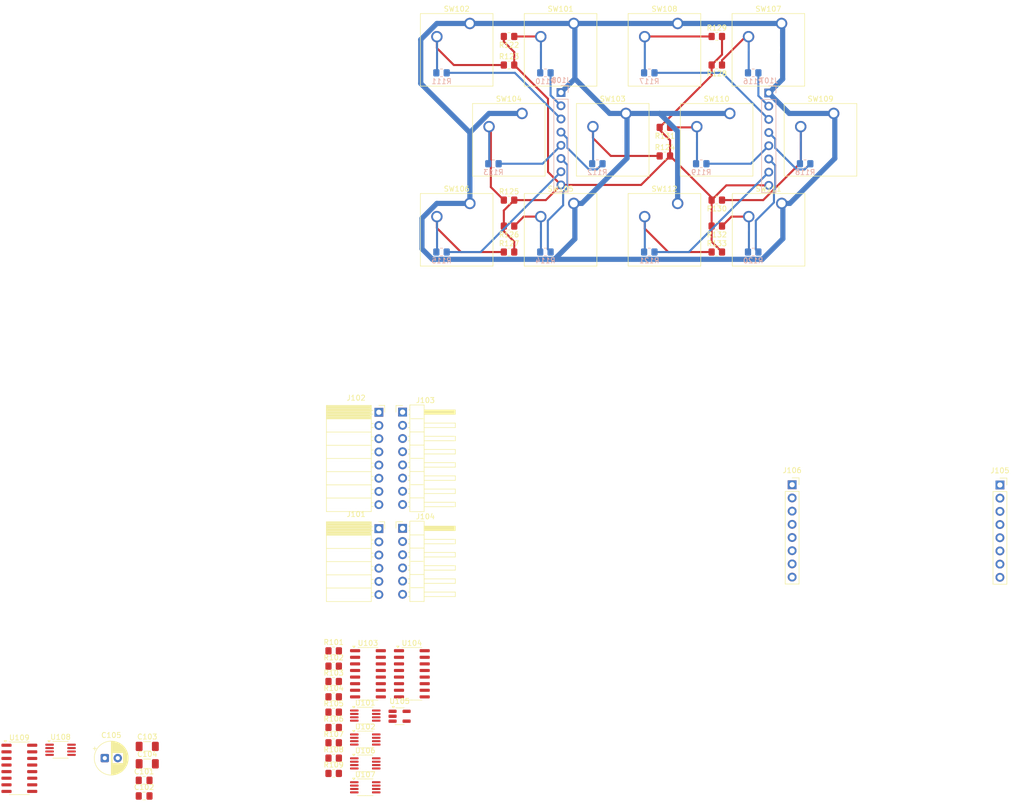
<source format=kicad_pcb>
(kicad_pcb (version 20241229) (generator "pcbnew") (generator_version "9.0")
  (layers (0 "F.Cu" signal) (2 "B.Cu" signal) (13 "F.Paste" user) (15 "B.Paste" user) (5 "F.SilkS" user "F.Silkscreen") (7 "B.SilkS" user "B.Silkscreen") (1 "F.Mask" user) (3 "B.Mask" user) (25 "Edge.Cuts" user))
  (net 0 "")
  (net 1 "Net-(R114-Pad1)")
  (net 2 "/keyboard/BTNs4")
  (net 3 "Net-(R116-Pad1)")
  (net 4 "GND")
  (net 5 "Net-(R115-Pad1)")
  (net 6 "Net-(R113-Pad1)")
  (net 7 "Net-(R112-Pad1)")
  (net 8 "/keyboard/BTNs0")
  (net 9 "Net-(R110-Pad1)")
  (net 10 "/keyboard/BTNs1")
  (net 11 "Net-(R111-Pad1)")
  (net 12 "/keyboard/BTNs2")
  (net 13 "/keyboard/BTNs3")
  (net 14 "Net-(R121-Pad1)")
  (net 15 "/keyboard/BTNs5")
  (net 16 "/keyboard/BTNs6")
  (net 17 "/keyboard/BTNs7")
  (net 18 "Net-(R117-Pad1)")
  (net 19 "/keyboard/BTNs8")
  (net 20 "Net-(R118-Pad1)")
  (net 21 "Net-(R119-Pad1)")
  (net 22 "/keyboard/BTNs9")
  (net 23 "Net-(R120-Pad1)")
  (net 24 "/keyboard/BTNs10")
  (net 25 "/keyboard/BTNs11")
  (net 26 "/tile/L_data")
  (net 27 "/tile/L_endrow")
  (net 28 "VCC")
  (net 29 "/tile/B_first")
  (net 30 "/tile/T_W")
  (net 31 "/tile/B_clk")
  (net 32 "/tile/T_data")
  (net 33 "/tile/B_latch")
  (net 34 "/tile/R_latch")
  (net 35 "/tile/T_endcol")
  (net 36 "/tile/L_latch")
  (net 37 "/tile/counter/~{rst}")
  (net 38 "Net-(U103-DS)")
  (net 39 "/tile/BTNs_L11")
  (net 41 "/tile/BTNs_L10")
  (net 42 "Net-(U103-Q7)")
  (net 43 "/tile/BTNs_L9")
  (net 44 "/tile/BTNs_L8")
  (net 45 "Net-(U109-Tc)")
  (net 50 "/tile/BTNs_L2")
  (net 52 "/tile/BTNs_L3")
  (net 53 "/tile/BTNs_L1")
  (net 54 "/tile/BTNs_L0")
  (net 55 "/tile/BTNs_L5")
  (net 56 "/tile/BTNs_L6")
  (net 57 "/tile/BTNs_L7")
  (net 58 "/tile/B_data")
  (net 59 "/tile/BTNs_L4")
  (net 60 "Net-(U101-Pad1)")
  (net 61 "/tile/L_clk")
  (net 62 "Net-(U102-Pad7)")
  (net 64 "/tile/B_W")
  (net 65 "Net-(U108-D)")
  (net 66 "/tile/T_clk")
  (net 67 "GND_T")
  (net 68 "VCC_T")
  (footprint "Resistor_SMD:R_0805_2012Metric_Pad1.20x1.40mm_HandSolder" (layer "F.Cu") (at 91.24 176.52)
    (property "Reference" "R106")
    (property "Value" "10k")
  )
  (footprint "Package_SO:SOIC-16_3.9x9.9mm_P1.27mm" (layer "F.Cu") (at 30.73 184.39)
    (property "Reference" "U109")
    (property "Value" "74LS161")
  )
  (footprint "Button_Switch_Keyboard:SW_Cherry_MX_1.00u_PCB" (layer "F.Cu") (at 137.46 41)
    (property "Reference" "SW101")
    (property "Value" "SW_Push")
  )
  (footprint "Resistor_SMD:R_0805_2012Metric_Pad1.20x1.40mm_HandSolder" (layer "F.Cu") (at 165 43.5)
    (property "Reference" "R129")
    (property "Value" "10k")
  )
  (footprint "Resistor_SMD:R_0805_2012Metric_Pad1.20x1.40mm_HandSolder" (layer "F.Cu") (at 155 66.5)
    (property "Reference" "R124")
    (property "Value" "10k")
  )
  (footprint "Resistor_SMD:R_0805_2012Metric_Pad1.20x1.40mm_HandSolder" (layer "F.Cu") (at 165 75 180)
    (property "Reference" "R130")
    (property "Value" "10k")
  )
  (footprint "Resistor_SMD:R_0805_2012Metric_Pad1.20x1.40mm_HandSolder" (layer "F.Cu") (at 165 80 180)
    (property "Reference" "R132")
    (property "Value" "10k")
  )
  (footprint "Resistor_SMD:R_0805_2012Metric_Pad1.20x1.40mm_HandSolder" (layer "F.Cu") (at 165 85)
    (property "Reference" "R133")
    (property "Value" "10k")
  )
  (footprint "Connector_PinSocket_2.54mm:PinSocket_1x06_P2.54mm_Horizontal" (layer "F.Cu") (at 99.94 138.25)
    (property "Reference" "J101")
    (property "Value" "Conn_LEFT")
  )
  (footprint "Package_SO:MSOP-8_3x3mm_P0.65mm" (layer "F.Cu") (at 38.66 180.82)
    (property "Reference" "U108")
    (property "Value" "74LVC2G74")
  )
  (footprint "Resistor_SMD:R_0805_2012Metric_Pad1.20x1.40mm_HandSolder" (layer "F.Cu") (at 125 75)
    (property "Reference" "R125")
    (property "Value" "10k")
  )
  (footprint "Package_SO:MSOP-8_3x3mm_P0.65mm" (layer "F.Cu") (at 97.32 183.44)
    (property "Reference" "U106")
    (property "Value" "74LVC2G32")
  )
  (footprint "Resistor_SMD:R_0805_2012Metric_Pad1.20x1.40mm_HandSolder" (layer "F.Cu") (at 125 80 180)
    (property "Reference" "R126")
    (property "Value" "10k")
  )
  (footprint "Capacitor_SMD:C_1206_3216Metric_Pad1.33x1.80mm_HandSolder" (layer "F.Cu") (at 55.35 183.52)
    (property "Reference" "C104")
    (property "Value" "4u7")
  )
  (footprint "Package_SO:SOIC-16_3.9x9.9mm_P1.27mm" (layer "F.Cu") (at 106.29 166.19)
    (property "Reference" "U104")
    (property "Value" "74HC165")
  )
  (footprint "Button_Switch_Keyboard:SW_Cherry_MX_1.00u_PCB" (layer "F.Cu") (at 157.46 41)
    (property "Reference" "SW108")
    (property "Value" "SW_Push")
  )
  (footprint "Button_Switch_Keyboard:SW_Cherry_MX_1.00u_PCB" (layer "F.Cu") (at 117.46 75.64)
    (property "Reference" "SW106")
    (property "Value" "SW_Push")
  )
  (footprint "Resistor_SMD:R_0805_2012Metric_Pad1.20x1.40mm_HandSolder" (layer "F.Cu") (at 91.24 173.57)
    (property "Reference" "R105")
    (property "Value" "10k")
  )
  (footprint "Resistor_SMD:R_0805_2012Metric_Pad1.20x1.40mm_HandSolder" (layer "F.Cu") (at 91.24 182.42)
    (property "Reference" "R108")
    (property "Value" "10k")
  )
  (footprint "Resistor_SMD:R_0805_2012Metric_Pad1.20x1.40mm_HandSolder" (layer "F.Cu") (at 125 49)
    (property "Reference" "R123")
    (property "Value" "10k")
  )
  (footprint "Resistor_SMD:R_0805_2012Metric_Pad1.20x1.40mm_HandSolder" (layer "F.Cu") (at 91.24 185.37)
    (property "Reference" "R109")
    (property "Value" "10k")
  )
  (footprint "Resistor_SMD:R_0805_2012Metric_Pad1.20x1.40mm_HandSolder" (layer "F.Cu") (at 125 43.5 180)
    (property "Reference" "R122")
    (property "Value" "10k")
  )
  (footprint "Button_Switch_Keyboard:SW_Cherry_MX_1.00u_PCB" (layer "F.Cu") (at 177.5 75.64)
    (property "Reference" "SW111")
    (property "Value" "SW_Push")
  )
  (footprint "Button_Switch_Keyboard:SW_Cherry_MX_1.00u_PCB" (layer "F.Cu") (at 177.46 41)
    (property "Reference" "SW107")
    (property "Value" "SW_Push")
  )
  (footprint "Button_Switch_Keyboard:SW_Cherry_MX_1.00u_PCB" (layer "F.Cu") (at 167.5 58.32)
    (property "Reference" "SW110")
    (property "Value" "SW_Push")
  )
  (footprint "Capacitor_SMD:C_0805_2012Metric_Pad1.18x1.45mm_HandSolder" (layer "F.Cu") (at 54.75 186.7)
    (property "Reference" "C101")
    (property "Value" "100n")
  )
  (footprint "Resistor_SMD:R_0805_2012Metric_Pad1.20x1.40mm_HandSolder" (layer "F.Cu") (at 125 85)
    (property "Reference" "R127")
    (property "Value" "10k")
  )
  (footprint "Resistor_SMD:R_0805_2012Metric_Pad1.20x1.40mm_HandSolder" (layer "F.Cu") (at 91.24 179.47)
    (property "Reference" "R107")
    (property "Value" "10k")
  )
  (footprint "Capacitor_SMD:C_0805_2012Metric_Pad1.18x1.45mm_HandSolder" (layer "F.Cu") (at 54.75 189.71)
    (property "Reference" "C102")
    (property "Value" "100n")
  )
  (footprint "Button_Switch_Keyboard:SW_Cherry_MX_1.00u_PCB" (layer "F.Cu") (at 157.46 75.64)
    (property "Reference" "SW112")
    (property "Value" "SW_Push")
  )
  (footprint "Package_TO_SOT_SMD:SOT-23-5_HandSoldering" (layer "F.Cu") (at 103.93 174.365)
    (property "Reference" "U105")
    (property "Value" "74AHC1G04")
  )
  (footprint "Package_SO:MSOP-8_3x3mm_P0.65mm" (layer "F.Cu") (at 97.32 178.84)
    (property "Reference" "U102")
    (property "Value" "74AUC2G08")
  )
  (footprint "Button_Switch_Keyboard:SW_Cherry_MX_1.00u_PCB" (layer "F.Cu") (at 137.46 75.64)
    (property "Reference" "SW105")
    (property "Value" "SW_Push")
  )
  (footprint "Connector_PinHeader_2.54mm:PinHeader_1x06_P2.54mm_Horizontal" (layer "F.Cu") (at 104.51 138.19)
    (property "Reference" "J104")
    (property "Value" "Conn_RIGHT")
  )
  (footprint "Package_SO:MSOP-8_3x3mm_P0.65mm" (layer "F.Cu") (at 97.32 188.04)
    (property "Reference" "U107")
    (property "Value" "74AUC2G125")
  )
  (footprint "Button_Switch_Keyboard:SW_Cherry_MX_1.00u_PCB" (layer "F.Cu") (at 127.5 58.32)
    (property "Reference" "SW104")
    (property "Value" "SW_Push")
  )
  (footprint "Button_Switch_Keyboard:SW_Cherry_MX_1.00u_PCB" (layer "F.Cu") (at 117.46 41)
    (property "Reference" "SW102")
    (property "Value" "SW_Push")
  )
  (footprint "Button_Switch_Keyboard:SW_Cherry_MX_1.00u_PCB" (layer "F.Cu") (at 187.5 58.32)
    (property "Reference" "SW109")
    (property "Value" "SW_Push")
  )
  (footprint "Resistor_SMD:R_0805_2012Metric_Pad1.20x1.40mm_HandSolder" (layer "F.Cu") (at 91.24 167.67)
    (property "Reference" "R103")
    (property "Value" "10k")
  )
  (footprint "Capacitor_SMD:C_1206_3216Metric_Pad1.33x1.80mm_HandSolder" (layer "F.Cu") (at 55.35 180.17)
    (property "Reference" "C103")
    (property "Value" "4u7")
  )
  (footprint "Connector_PinSocket_2.54mm:PinSocket_1x08_P2.54mm_Vertical" (layer "F.Cu") (at 179.5 129.8)
    (property "Reference" "J106")
    (property "Value" "BTNs_L_LSB")
  )
  (footprint "Package_SO:SOIC-16_3.9x9.9mm_P1.27mm" (layer "F.Cu") (at 97.84 166.19)
    (property "Reference" "U103")
    (property "Value" "74HC165")
  )
  (footprint "Package_SO:MSOP-8_3x3mm_P0.65mm" (layer "F.Cu") (at 97.32 174.24)
    (property "Reference" "U101")
    (property "Value" "74AUC2G126")
  )
  (footprint "Resistor_SMD:R_0805_2012Metric_Pad1.20x1.40mm_HandSolder" (layer "F.Cu") (at 91.24 161.77)
    (property "Reference" "R101")
    (property "Value" "10k")
  )
  (footprint "Connector_PinSocket_2.54mm:PinSocket_1x08_P2.54mm_Vertical" (layer "F.Cu") (at 219.5 129.84)
    (property "Reference" "J105")
    (property "Value" "BTNs_L_MSB")
  )
  (footprint "Capacitor_THT:CP_Radial_D6.3mm_P2.50mm" (layer "F.Cu") (at 47.175241 182.42)
    (property "Reference" "C105")
    (property "Value" "100u")
  )
  (footprint "Resistor_SMD:R_0805_2012Metric_Pad1.20x1.40mm_HandSolder" (layer "F.Cu") (at 91.24 164.72)
    (property "Reference" "R102")
    (property "Value" "10k")
  )
  (footprint "Resistor_SMD:R_0805_2012Metric_Pad1.20x1.40mm_HandSolder" (layer "F.Cu") (at 165 49 180)
    (property "Reference" "R128")
    (property "Value" "10k")
  )
  (footprint "Resistor_SMD:R_0805_2012Metric_Pad1.20x1.40mm_HandSolder" (layer "F.Cu") (at 91.24 170.62)
    (property "Reference" "R104")
    (property "Value" "10k")
  )
  (footprint "Resistor_SMD:R_0805_2012Metric_Pad1.20x1.40mm_HandSolder" (layer "F.Cu") (at 155 61 180)
    (property "Reference" "R131")
    (property "Value" "10k")
  )
  (footprint "Connector_PinSocket_2.54mm:PinSocket_1x08_P2.54mm_Horizontal" (layer "F.Cu") (at 99.94 115.85)
    (property "Reference" "J102")
    (property "Value" "Conn_TOP")
  )
  (footprint "Button_Switch_Keyboard:SW_Cherry_MX_1.00u_PCB" (layer "F.Cu") (at 147.5 58.32)
    (property "Reference" "SW103")
    (property "Value" "SW_Push")
  )
  (footprint "Connector_PinHeader_2.54mm:PinHeader_1x08_P2.54mm_Horizontal" (layer "F.Cu") (at 104.51 115.82)
    (property "Reference" "J103")
    (property "Value" "Conn_BOTTOM")
  )
  (footprint "Resistor_SMD:R_0805_2012Metric_Pad1.20x1.40mm_HandSolder" (layer "B.Cu") (at 122 68)
    (property "Reference" "R113")
    (property "Value" "100R")
  )
  (footprint "Resistor_SMD:R_0805_2012Metric_Pad1.20x1.40mm_HandSolder" (layer "B.Cu") (at 112 85)
    (property "Reference" "R115")
    (property "Value" "100R")
  )
  (footprint "Resistor_SMD:R_0805_2012Metric_Pad1.20x1.40mm_HandSolder" (layer "B.Cu") (at 172 85)
    (property "Reference" "R120")
    (property "Value" "100R")
  )
  (footprint "Resistor_SMD:R_0805_2012Metric_Pad1.20x1.40mm_HandSolder" (layer "B.Cu") (at 132 85)
    (property "Reference" "R114")
    (property "Value" "100R")
  )
  (footprint "Resistor_SMD:R_0805_2012Metric_Pad1.20x1.40mm_HandSolder" (layer "B.Cu") (at 152 85)
    (property "Reference" "R121")
    (property "Value" "100R")
  )
  (footprint "Resistor_SMD:R_0805_2012Metric_Pad1.20x1.40mm_HandSolder" (layer "B.Cu") (at 152 50.5)
    (property "Reference" "R117")
    (property "Value" "100R")
  )
  (footprint "Connector_PinHeader_2.54mm:PinHeader_1x08_P2.54mm_Vertical" (layer "B.Cu") (at 175 54.38 180)
    (property "Reference" "J107")
    (property "Value" "BTNs_MSB")
  )
  (footprint "Resistor_SMD:R_0805_2012Metric_Pad1.20x1.40mm_HandSolder" (layer "B.Cu") (at 132 50.5)
    (property "Reference" "R110")
    (property "Value" "100R")
  )
  (footprint "Resistor_SMD:R_0805_2012Metric_Pad1.20x1.40mm_HandSolder" (layer "B.Cu") (at 162 68)
    (property "Reference" "R119")
    (property "Value" "100R")
  )
  (footprint "Connector_PinHeader_2.54mm:PinHeader_1x08_P2.54mm_Vertical" (layer "B.Cu") (at 135 54.3 180)
    (property "Reference" "J108")
    (property "Value" "BTNs_LSB")
  )
  (footprint "Resistor_SMD:R_0805_2012Metric_Pad1.20x1.40mm_HandSolder" (layer "B.Cu") (at 172 50.5)
    (property "Reference" "R116")
    (property "Value" "100R")
  )
  (footprint "Resistor_SMD:R_0805_2012Metric_Pad1.20x1.40mm_HandSolder" (layer "B.Cu") (at 142 68)
    (property "Reference" "R112")
    (property "Value" "100R")
  )
  (footprint "Resistor_SMD:R_0805_2012Metric_Pad1.20x1.40mm_HandSolder" (layer "B.Cu") (at 112 50.5)
    (property "Reference" "R111")
    (property "Value" "100R")
  )
  (footprint "Resistor_SMD:R_0805_2012Metric_Pad1.20x1.40mm_HandSolder" (layer "B.Cu") (at 182 68)
    (property "Reference" "R118")
    (property "Value" "100R")
  )
  (segment (start 126 80) (end 127.82 78.18) (width 0.4) (layer "F.Cu") (net 1))
  (segment (start 127.82 78.18) (end 131.11 78.18) (width 0.4) (layer "F.Cu") (net 1))
  (segment (start 131.141 78.211) (end 131.11 78.18) (width 0.4) (layer "B.Cu") (net 1))
  (segment (start 131.141 84.859) (end 131.141 78.211) (width 0.4) (layer "B.Cu") (net 1))
  (segment (start 131 85) (end 131.141 84.859) (width 0.4) (layer "B.Cu") (net 1))
  (segment (start 136.251 68.251) (end 135 67) (width 0.4) (layer "B.Cu") (net 2))
  (segment (start 132.469 84.469) (end 132.469 78.943735) (width 0.4) (layer "B.Cu") (net 2))
  (segment (start 136.251 72.598182) (end 136.251 68.251) (width 0.4) (layer "B.Cu") (net 2))
  (segment (start 135.412735 73.436447) (end 136.251 72.598182) (width 0.4) (layer "B.Cu") (net 2))
  (segment (start 133 85) (end 132.469 84.469) (width 0.4) (layer "B.Cu") (net 2))
  (segment (start 135.412735 76) (end 135.412735 73.436447) (width 0.4) (layer "B.Cu") (net 2))
  (segment (start 132.469 78.943735) (end 135.412735 76) (width 0.4) (layer "B.Cu") (net 2))
  (segment (start 166 49) (end 166 48.080108) (width 0.4) (layer "F.Cu") (net 3))
  (segment (start 166 48.080108) (end 170.540108 43.54) (width 0.4) (layer "F.Cu") (net 3))
  (segment (start 170.540108 43.54) (end 171.11 43.54) (width 0.4) (layer "F.Cu") (net 3))
  (segment (start 171 50.5) (end 171.141 50.359) (width 0.4) (layer "B.Cu") (net 3))
  (segment (start 171.141 43.571) (end 171.11 43.54) (width 0.4) (layer "B.Cu") (net 3))
  (segment (start 171.141 50.359) (end 171.141 43.571) (width 0.4) (layer "B.Cu") (net 3))
  (segment (start 111.11 80.376237) (end 111.11 78.18) (width 0.4) (layer "F.Cu") (net 5))
  (segment (start 124 85) (end 115.733763 85) (width 0.4) (layer "F.Cu") (net 5))
  (segment (start 115.733763 85) (end 111.11 80.376237) (width 0.4) (layer "F.Cu") (net 5))
  (segment (start 111 85) (end 111.141 84.859) (width 0.4) (layer "B.Cu") (net 5))
  (segment (start 111.141 84.859) (end 111.141 78.211) (width 0.4) (layer "B.Cu") (net 5))
  (segment (start 111.141 78.211) (end 111.11 78.18) (width 0.4) (layer "B.Cu") (net 5))
  (segment (start 121.5 61.21) (end 121.15 60.86) (width 0.4) (layer "F.Cu") (net 6))
  (segment (start 124 75) (end 121.5 72.5) (width 0.4) (layer "F.Cu") (net 6))
  (segment (start 121.5 72.5) (end 121.5 61.21) (width 0.4) (layer "F.Cu") (net 6))
  (segment (start 121.181 67.819) (end 121.181 60.891) (width 0.4) (layer "B.Cu") (net 6))
  (segment (start 121.181 60.891) (end 121.15 60.86) (width 0.4) (layer "B.Cu") (net 6))
  (segment (start 121 68) (end 121.181 67.819) (width 0.4) (layer "B.Cu") (net 6))
  (segment (start 154 66.5) (end 144.593763 66.5) (width 0.4) (layer "F.Cu") (net 7))
  (segment (start 141.15 63.056237) (end 141.15 60.86) (width 0.4) (layer "F.Cu") (net 7))
  (segment (start 144.593763 66.5) (end 141.15 63.056237) (width 0.4) (layer "F.Cu") (net 7))
  (segment (start 141 68) (end 141.181 67.819) (width 0.4) (layer "B.Cu") (net 7))
  (segment (start 141.181 60.891) (end 141.15 60.86) (width 0.4) (layer "B.Cu") (net 7))
  (segment (start 141.181 67.819) (end 141.181 60.891) (width 0.4) (layer "B.Cu") (net 7))
  (segment (start 133 50.5) (end 133 54.84) (width 0.4) (layer "B.Cu") (net 8))
  (segment (start 133 54.84) (end 135 56.84) (width 0.4) (layer "B.Cu") (net 8))
  (segment (start 126 43.5) (end 131.07 43.5) (width 0.4) (layer "F.Cu") (net 9))
  (segment (start 131.07 43.5) (end 131.11 43.54) (width 0.4) (layer "F.Cu") (net 9))
  (segment (start 131.141 43.571) (end 131.11 43.54) (width 0.4) (layer "B.Cu") (net 9))
  (segment (start 131.141 50.359) (end 131.141 43.571) (width 0.4) (layer "B.Cu") (net 9))
  (segment (start 131 50.5) (end 131.141 50.359) (width 0.4) (layer "B.Cu") (net 9))
  (segment (start 126.12 50.5) (end 135 59.38) (width 0.4) (layer "B.Cu") (net 10))
  (segment (start 113 50.5) (end 126.12 50.5) (width 0.4) (layer "B.Cu") (net 10))
  (segment (start 124 49) (end 114.373763 49) (width 0.4) (layer "F.Cu") (net 11))
  (segment (start 114.373763 49) (end 111.11 45.736237) (width 0.4) (layer "F.Cu") (net 11))
  (segment (start 111.11 45.736237) (end 111.11 43.54) (width 0.4) (layer "F.Cu") (net 11))
  (segment (start 111.141 43.571) (end 111.11 43.54) (width 0.4) (layer "B.Cu") (net 11))
  (segment (start 111 50.5) (end 111.141 50.359) (width 0.4) (layer "B.Cu") (net 11))
  (segment (start 111.141 50.359) (end 111.141 43.571) (width 0.4) (layer "B.Cu") (net 11))
  (segment (start 136.251 63.171) (end 135 61.92) (width 0.4) (layer "B.Cu") (net 12))
  (segment (start 140.373818 69.101) (end 136.251 64.978182) (width 0.4) (layer "B.Cu") (net 12))
  (segment (start 143 68) (end 141.899 69.101) (width 0.4) (layer "B.Cu") (net 12))
  (segment (start 141.899 69.101) (end 140.373818 69.101) (width 0.4) (layer "B.Cu") (net 12))
  (segment (start 136.251 64.978182) (end 136.251 63.171) (width 0.4) (layer "B.Cu") (net 12))
  (segment (start 131.46 68) (end 135 64.46) (width 0.4) (layer "B.Cu") (net 13))
  (segment (start 123 68) (end 131.46 68) (width 0.4) (layer "B.Cu") (net 13))
  (segment (start 151.141 80.5) (end 151.141 78.211) (width 0.4) (layer "F.Cu") (net 14))
  (segment (start 164 85) (end 155.641 85) (width 0.4) (layer "F.Cu") (net 14))
  (segment (start 151.141 78.211) (end 151.11 78.18) (width 0.4) (layer "F.Cu") (net 14))
  (segment (start 155.641 85) (end 151.141 80.5) (width 0.4) (layer "F.Cu") (net 14))
  (segment (start 151.141 78.211) (end 151.11 78.18) (width 0.4) (layer "B.Cu") (net 14))
  (segment (start 151.141 84.859) (end 151.141 78.211) (width 0.4) (layer "B.Cu") (net 14))
  (segment (start 151 85) (end 151.141 84.859) (width 0.4) (layer "B.Cu") (net 14))
  (segment (start 113 85) (end 119.54 85) (width 0.4) (layer "B.Cu") (net 15))
  (segment (start 119.54 85) (end 135 69.54) (width 0.4) (layer "B.Cu") (net 15))
  (segment (start 173 54.92) (end 175 56.92) (width 0.4) (layer "B.Cu") (net 16))
  (segment (start 173 50.5) (end 173 54.92) (width 0.4) (layer "B.Cu") (net 16))
  (segment (start 153 50.5) (end 166.04 50.5) (width 0.4) (layer "B.Cu") (net 17))
  (segment (start 166.04 50.5) (end 175 59.46) (width 0.4) (layer "B.Cu") (net 17))
  (segment (start 164 43.5) (end 151.15 43.5) (width 0.4) (layer "F.Cu") (net 18))
  (segment (start 151.15 43.5) (end 151.11 43.54) (width 0.4) (layer "F.Cu") (net 18))
  (segment (start 151.141 50.359) (end 151.141 43.571) (width 0.4) (layer "B.Cu") (net 18))
  (segment (start 151 50.5) (end 151.141 50.359) (width 0.4) (layer "B.Cu") (net 18))
  (segment (start 151.141 43.571) (end 151.11 43.54) (width 0.4) (layer "B.Cu") (net 18))
  (segment (start 176.251 63.251) (end 175 62) (width 0.4) (layer "B.Cu") (net 19))
  (segment (start 181.899 69.101) (end 180.37342 69.101) (width 0.4) (layer "B.Cu") (net 19))
  (segment (start 183 68) (end 181.899 69.101) (width 0.4) (layer "B.Cu") (net 19))
  (segment (start 180.37342 69.101) (end 176.251 64.97858) (width 0.4) (layer "B.Cu") (net 19))
  (segment (start 176.251 64.97858) (end 176.251 63.251) (width 0.4) (layer "B.Cu") (net 19))
  (segment (start 166 75) (end 173.929182 75) (width 0.4) (layer "F.Cu") (net 20))
  (segment (start 173.929182 75) (end 181.181 67.748182) (width 0.4) (layer "F.Cu") (net 20))
  (segment (start 181.181 67.748182) (end 181.181 60.891) (width 0.4) (layer "F.Cu") (net 20))
  (segment (start 181.181 60.891) (end 181.15 60.86) (width 0.4) (layer "F.Cu") (net 20))
  (segment (start 181.181 67.819) (end 181.181 60.891) (width 0.4) (layer "B.Cu") (net 20))
  (segment (start 181.181 60.891) (end 181.15 60.86) (width 0.4) (layer "B.Cu") (net 20))
  (segment (start 181 68) (end 181.181 67.819) (width 0.4) (layer "B.Cu") (net 20))
  (segment (start 156 61) (end 161.01 61) (width 0.4) (layer "F.Cu") (net 21))
  (segment (start 161.01 61) (end 161.15 60.86) (width 0.4) (layer "F.Cu") (net 21))
  (segment (start 161.181 67.819) (end 161.181 60.891) (width 0.4) (layer "B.Cu") (net 21))
  (segment (start 161.181 60.891) (end 161.15 60.86) (width 0.4) (layer "B.Cu") (net 21))
  (segment (start 161 68) (end 161.181 67.819) (width 0.4) (layer "B.Cu") (net 21))
  (segment (start 171.54 68) (end 175 64.54) (width 0.4) (layer "B.Cu") (net 22))
  (segment (start 163 68) (end 171.54 68) (width 0.4) (layer "B.Cu") (net 22))
  (segment (start 166 80) (end 167.82 78.18) (width 0.4) (layer "F.Cu") (net 23))
  (segment (start 167.82 78.18) (end 171.15 78.18) (width 0.4) (layer "F.Cu") (net 23))
  (segment (start 171 85) (end 171.181 84.819) (width 0.4) (layer "B.Cu") (net 23))
  (segment (start 171.181 84.819) (end 171.181 78.211) (width 0.4) (layer "B.Cu") (net 23))
  (segment (start 171.181 78.211) (end 171.15 78.18) (width 0.4) (layer "B.Cu") (net 23))
  (segment (start 175.999 75.453735) (end 175.999 73.001) (width 0.4) (layer "B.Cu") (net 24))
  (segment (start 173 85) (end 172.509 84.509) (width 0.4) (layer "B.Cu") (net 24))
  (segment (start 176.251 68.331) (end 175 67.08) (width 0.4) (layer "B.Cu") (net 24))
  (segment (start 175.999 73.001) (end 176.251 72.749) (width 0.4) (layer "B.Cu") (net 24))
  (segment (start 172.509 84.509) (end 172.509 78.943735) (width 0.4) (layer "B.Cu") (net 24))
  (segment (start 176.251 72.749) (end 176.251 68.331) (width 0.4) (layer "B.Cu") (net 24))
  (segment (start 172.509 78.943735) (end 175.999 75.453735) (width 0.4) (layer "B.Cu") (net 24))
  (segment (start 153 85) (end 159.62 85) (width 0.4) (layer "B.Cu") (net 25))
  (segment (start 159.62 85) (end 175 69.62) (width 0.4) (layer "B.Cu") (net 25))
  (segment (start 126 83) (end 126 85) (width 0.4) (layer "F.Cu") (net 67))
  (segment (start 150.42 72.08) (end 156 66.5) (width 0.4) (layer "F.Cu") (net 67))
  (segment (start 164 75) (end 164 80) (width 0.4) (layer "F.Cu") (net 67))
  (segment (start 166.84 72.16) (end 175 72.16) (width 0.4) (layer "F.Cu") (net 67))
  (segment (start 135 72.08) (end 132.08 75) (width 0.4) (layer "F.Cu") (net 67))
  (segment (start 164 49) (end 164 51) (width 0.4) (layer "F.Cu") (net 67))
  (segment (start 124 80) (end 124 77) (width 0.4) (layer "F.Cu") (net 67))
  (segment (start 132.5 55.5) (end 132.5 69.58) (width 0.4) (layer "F.Cu") (net 67))
  (segment (start 124 77) (end 126 75) (width 0.4) (layer "F.Cu") (net 67))
  (segment (start 132.08 75) (end 126 75) (width 0.4) (layer "F.Cu") (net 67))
  (segment (start 124 43.5) (end 124 44.5) (width 0.4) (layer "F.Cu") (net 67))
  (segment (start 126 49) (end 132.5 55.5) (width 0.4) (layer "F.Cu") (net 67))
  (segment (start 166 47) (end 164 49) (width 0.4) (layer "F.Cu") (net 67))
  (segment (start 124 80) (end 124 81) (width 0.4) (layer "F.Cu") (net 67))
  (segment (start 154 61.5) (end 156 63.5) (width 0.4) (layer "F.Cu") (net 67))
  (segment (start 164 75) (end 164 74.5) (width 0.4) (layer "F.Cu") (net 67))
  (segment (start 164 74.5) (end 156 66.5) (width 0.4) (layer "F.Cu") (net 67))
  (segment (start 164 75) (end 166.84 72.16) (width 0.4) (layer "F.Cu") (net 67))
  (segment (start 166 43.5) (end 166 47) (width 0.4) (layer "F.Cu") (net 67))
  (segment (start 156 63.5) (end 156 66.5) (width 0.4) (layer "F.Cu") (net 67))
  (segment (start 164 80) (end 164 83) (width 0.4) (layer "F.Cu") (net 67))
  (segment (start 126 46.5) (end 126 49) (width 0.4) (layer "F.Cu") (net 67))
  (segment (start 135 72.08) (end 150.42 72.08) (width 0.4) (layer "F.Cu") (net 67))
  (segment (start 164 51) (end 154 61) (width 0.4) (layer "F.Cu") (net 67))
  (segment (start 124 44.5) (end 126 46.5) (width 0.4) (layer "F.Cu") (net 67))
  (segment (start 124 81) (end 126 83) (width 0.4) (layer "F.Cu") (net 67))
  (segment (start 132.5 69.58) (end 135 72.08) (width 0.4) (layer "F.Cu") (net 67))
  (segment (start 164 83) (end 166 85) (width 0.4) (layer "F.Cu") (net 67))
  (segment (start 154 61) (end 154 61.5) (width 0.4) (layer "F.Cu") (net 67))
  (segment (start 147.711 58.531) (end 147.5 58.32) (width 1) (layer "B.Cu") (net 68))
  (segment (start 117.46 41) (end 111.103001 41) (width 1) (layer "B.Cu") (net 68))
  (segment (start 137.671 75.851) (end 137.46 75.64) (width 1) (layer "B.Cu") (net 68))
  (segment (start 177.5 75.64) (end 179.055634 75.64) (width 1) (layer "B.Cu") (net 68))
  (segment (start 154 58.32) (end 147.5 58.32) (width 1) (layer "B.Cu") (net 68))
  (segment (start 137.671 41.211) (end 137.46 41) (width 1) (layer "B.Cu") (net 68))
  (segment (start 147.711 66.944634) (end 147.711 58.531) (width 1) (layer "B.Cu") (net 68))
  (segment (start 144.362 58.32) (end 137.671 51.629) (width 1) (layer "B.Cu") (net 68))
  (segment (start 111.103001 41) (end 108 44.103001) (width 1) (layer "B.Cu") (net 68))
  (segment (start 178.94 58.32) (end 175 54.38) (width 1) (layer "B.Cu") (net 68))
  (segment (start 117.46 75.64) (end 111.103001 75.64) (width 1) (layer "B.Cu") (net 68))
  (segment (start 110.249156 86.401) (end 133.750844 86.401) (width 1) (layer "B.Cu") (net 68))
  (segment (start 147.5 58.32) (end 144.362 58.32) (width 1) (layer "B.Cu") (net 68))
  (segment (start 117.46 41) (end 137.46 41) (width 1) (layer "B.Cu") (net 68))
  (segment (start 108 44.103001) (end 108 52.543001) (width 1) (layer "B.Cu") (net 68))
  (segment (start 108.239 78.504001) (end 108.239 84.390844) (width 1) (layer "B.Cu") (net 68))
  (segment (start 135 54.3) (end 137.671 51.629) (width 1) (layer "B.Cu") (net 68))
  (segment (start 157.46 75.64) (end 157.46 61.78) (width 1) (layer "B.Cu") (net 68))
  (segment (start 175 54.38) (end 177.671 51.709) (width 1) (layer "B.Cu") (net 68))
  (segment (start 177.5 75.64) (end 177.711 75.851) (width 1) (layer "B.Cu") (net 68))
  (segment (start 177.671 51.709) (end 177.671 41.211) (width 1) (layer "B.Cu") (net 68))
  (segment (start 137.46 75.64) (end 139.015634 75.64) (width 1) (layer "B.Cu") (net 68))
  (segment (start 187.711 58.531) (end 187.5 58.32) (width 1) (layer "B.Cu") (net 68))
  (segment (start 108.239 84.390844) (end 110.249156 86.401) (width 1) (layer "B.Cu") (net 68))
  (segment (start 133.750844 86.401) (end 137.671 82.480844) (width 1) (layer "B.Cu") (net 68))
  (segment (start 187.5 58.32) (end 178.94 58.32) (width 1) (layer "B.Cu") (net 68))
  (segment (start 137.671 82.480844) (end 137.671 75.851) (width 1) (layer "B.Cu") (net 68))
  (segment (start 139.015634 75.64) (end 147.711 66.944634) (width 1) (layer "B.Cu") (net 68))
  (segment (start 108 52.543001) (end 117.46 62.003001) (width 1) (layer "B.Cu") (net 68))
  (segment (start 157.46 61.78) (end 154 58.32) (width 1) (layer "B.Cu") (net 68))
  (segment (start 117.46 62.003001) (end 121.143001 58.32) (width 1) (layer "B.Cu") (net 68))
  (segment (start 177.671 41.211) (end 177.46 41) (width 1) (layer "B.Cu") (net 68))
  (segment (start 187.711 66.984634) (end 187.711 58.531) (width 1) (layer "B.Cu") (net 68))
  (segment (start 137.671 51.629) (end 137.671 41.211) (width 1) (layer "B.Cu") (net 68))
  (segment (start 111.103001 75.64) (end 108.239 78.504001) (width 1) (layer "B.Cu") (net 68))
  (segment (start 167.5 58.32) (end 154 58.32) (width 1) (layer "B.Cu") (net 68))
  (segment (start 137.46 41) (end 177.46 41) (width 1) (layer "B.Cu") (net 68))
  (segment (start 179.055634 75.64) (end 187.711 66.984634) (width 1) (layer "B.Cu") (net 68))
  (segment (start 117.46 75.64) (end 117.46 62.003001) (width 1) (layer "B.Cu") (net 68))
  (segment (start 121.143001 58.32) (end 127.5 58.32) (width 1) (layer "B.Cu") (net 68))
  (segment (start 177.711 82.440844) (end 173.750844 86.401) (width 1) (layer "B.Cu") (net 68))
  (segment (start 177.711 75.851) (end 177.711 82.440844) (width 1) (layer "B.Cu") (net 68))
  (segment (start 173.750844 86.401) (end 133.750844 86.401) (width 1) (layer "B.Cu") (net 68))
)
</source>
